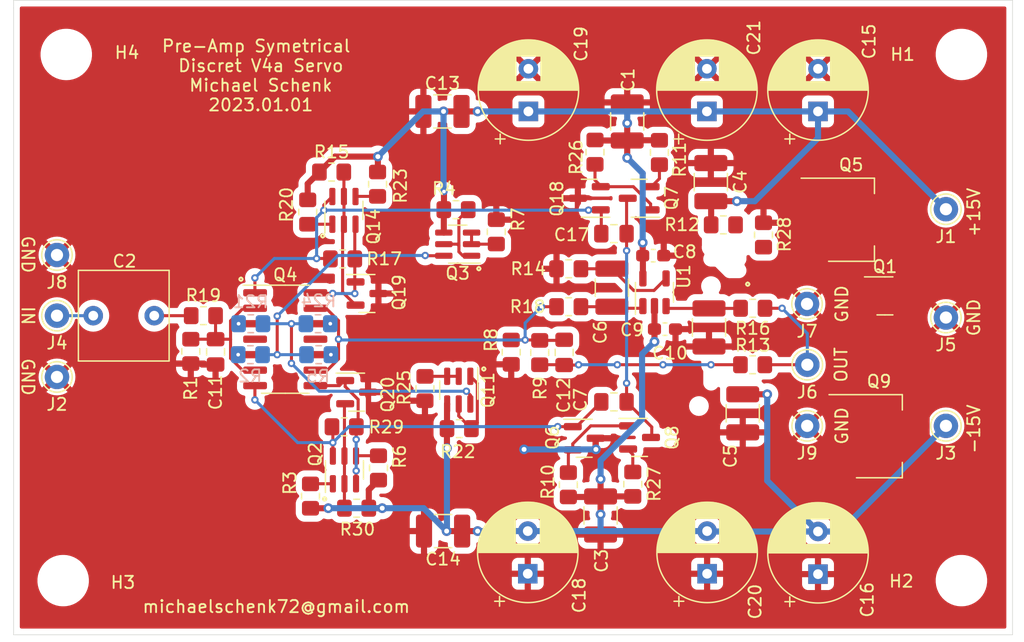
<source format=kicad_pcb>
(kicad_pcb (version 20211014) (generator pcbnew)
  (layers (0 "F.Cu" signal) (31 "B.Cu" signal) (34 "B.Paste" user) (35 "F.Paste" user) (36 "B.SilkS" user "B.Silkscreen") (37 "F.SilkS" user "F.Silkscreen") (38 "B.Mask" user) (39 "F.Mask" user) (44 "Edge.Cuts" user))
  (net 0 "")
  (net 1 "GND")
  (net 2 "+15V")
  (net 3 "Net-(C2-Pad2)")
  (net 4 "Net-(C2-Pad1)")
  (net 5 "-15V")
  (net 6 "Net-(C7-Pad2)")
  (net 7 "Net-(Q2-Pad2)")
  (net 8 "Net-(Q2-Pad1)")
  (net 9 "Net-(Q6-Pad2)")
  (net 10 "Net-(Q7-Pad2)")
  (net 11 "Net-(C12-Pad2)")
  (net 12 "Net-(C12-Pad1)")
  (net 13 "Net-(C17-Pad1)")
  (net 14 "Net-(C17-Pad2)")
  (net 15 "Net-(Q18-Pad2)")
  (net 16 "Net-(Q8-Pad2)")
  (net 17 "Net-(Q14-Pad2)")
  (net 18 "Net-(Q14-Pad1)")
  (net 19 "Net-(Q11-Pad1)")
  (net 20 "Net-(Q11-Pad6)")
  (net 21 "Net-(Q11-Pad2)")
  (net 22 "Net-(Q14-Pad4)")
  (net 23 "Net-(Q3-Pad6)")
  (net 24 "Net-(Q3-Pad1)")
  (net 25 "Net-(Q3-Pad2)")
  (net 26 "Net-(Q2-Pad4)")
  (net 27 "Net-(Q2-Pad3)")
  (net 28 "Net-(Q14-Pad3)")
  (net 29 "Net-(Q4-Pad12)")
  (net 30 "Net-(Q4-Pad10)")
  (net 31 "Net-(Q4-Pad5)")
  (net 32 "Net-(Q4-Pad3)")
  (net 33 "Net-(C6-Pad2)")
  (net 34 "DCSERVO_OUT")
  (net 35 "Net-(C10-Pad2)")
  (net 36 "DCSERVO_IN")
  (net 37 "Net-(C11-Pad2)")
  (net 40 "Net-(R12-Pad2)")
  (net 41 "Net-(R28-Pad1)")
  (footprint "Capacitor_THT:C_Rect_L7.2mm_W7.2mm_P5.00mm_FKS2_FKP2_MKS2_MKP2" (layer "F.Cu") (at 133.4516 121.7676 180)
    (fp_text reference "C2")
    (fp_text value "3.3uF")
  )
  (footprint "Capacitor_SMD:C_1210_3225Metric_Pad1.33x2.70mm_HandSolder" (layer "F.Cu") (at 181.7116 129.7817 -90)
    (fp_text reference "C5")
    (fp_text value "100nF")
  )
  (footprint "Capacitor_SMD:C_0805_2012Metric_Pad1.18x1.45mm_HandSolder" (layer "F.Cu") (at 171.149174 128.8415 180)
    (fp_text reference "C7")
    (fp_text value "470pF")
  )
  (footprint "MountingHole:MountingHole_3.2mm_M3" (layer "F.Cu") (at 125.984 143.51)
    (fp_text reference "H3")
    (fp_text value "MountingHole")
  )
  (footprint "Connector_Pin:Pin_D1.0mm_L10.0mm" (layer "F.Cu") (at 125.476 126.7968)
    (fp_text reference "J2")
    (fp_text value "Conn_01x01")
  )
  (footprint "Connector_Pin:Pin_D1.0mm_L10.0mm" (layer "F.Cu") (at 125.476 121.7676)
    (fp_text reference "J4")
    (fp_text value "Conn_01x01")
  )
  (footprint "Package_TO_SOT_SMD:SOT-23" (layer "F.Cu") (at 168.710174 131.826)
    (fp_text reference "Q6")
    (fp_text value "BC850C")
  )
  (footprint "Package_TO_SOT_SMD:SOT-23" (layer "F.Cu") (at 173.218674 112.1308 180)
    (fp_text reference "Q7")
    (fp_text value "BC860C")
  )
  (footprint "Resistor_SMD:R_0805_2012Metric_Pad1.20x1.40mm_HandSolder" (layer "F.Cu") (at 136.4488 124.698 -90)
    (fp_text reference "R1")
    (fp_text value "10k")
  )
  (footprint "Resistor_SMD:R_0805_2012Metric_Pad1.20x1.40mm_HandSolder" (layer "F.Cu") (at 146.265974 136.5725 -90)
    (fp_text reference "R3")
    (fp_text value "68R")
  )
  (footprint "Resistor_SMD:R_0805_2012Metric_Pad1.20x1.40mm_HandSolder" (layer "F.Cu") (at 158.1981 113.0681)
    (fp_text reference "R4")
    (fp_text value "100R")
  )
  (footprint "Resistor_SMD:R_0805_2012Metric_Pad1.20x1.40mm_HandSolder" (layer "F.Cu") (at 151.841274 134.2611 -90)
    (fp_text reference "R6")
    (fp_text value "68R")
  )
  (footprint "Resistor_SMD:R_0805_2012Metric_Pad1.20x1.40mm_HandSolder" (layer "F.Cu") (at 165.061974 124.7935 90)
    (fp_text reference "R9")
    (fp_text value "10k")
  )
  (footprint "Resistor_SMD:R_0805_2012Metric_Pad1.20x1.40mm_HandSolder" (layer "F.Cu") (at 167.411474 135.6454 -90)
    (fp_text reference "R10")
    (fp_text value "2k2")
  )
  (footprint "MountingHole:MountingHole_3.2mm_M3" (layer "F.Cu") (at 199.644 143.51)
    (fp_text reference "H2")
    (fp_text value "MountingHole")
  )
  (footprint "MountingHole:MountingHole_3.2mm_M3" (layer "F.Cu") (at 199.644 100.33)
    (fp_text reference "H1")
    (fp_text value "MountingHole")
  )
  (footprint "Resistor_SMD:R_0805_2012Metric_Pad1.20x1.40mm_HandSolder" (layer "F.Cu") (at 174.879074 108.3724 -90)
    (fp_text reference "R11")
    (fp_text value "39R")
  )
  (footprint "Capacitor_SMD:C_1210_3225Metric_Pad1.33x2.70mm_HandSolder" (layer "F.Cu") (at 179.095474 110.8071 -90)
    (fp_text reference "C4")
    (fp_text value "100nF")
  )
  (footprint "MountingHole:MountingHole_3.2mm_M3" (layer "F.Cu") (at 126.238 100.33)
    (fp_text reference "H4")
    (fp_text value "MountingHole")
  )
  (footprint "Resistor_SMD:R_0805_2012Metric_Pad1.20x1.40mm_HandSolder" (layer "F.Cu") (at 162.725174 124.7615 -90)
    (fp_text reference "R8")
    (fp_text value "4.7k")
  )
  (footprint "Capacitor_SMD:C_0805_2012Metric_Pad1.18x1.45mm_HandSolder" (layer "F.Cu") (at 167.068574 124.7814 90)
    (fp_text reference "C12")
    (fp_text value "0pF")
  )
  (footprint "Capacitor_SMD:C_1210_3225Metric_Pad1.33x2.70mm_HandSolder" (layer "F.Cu") (at 157.1367 139.446 180)
    (fp_text reference "C14")
    (fp_text value "100nF")
  )
  (footprint "Resistor_SMD:R_0805_2012Metric_Pad1.20x1.40mm_HandSolder" (layer "F.Cu") (at 161.5034 114.8875 90)
    (fp_text reference "R7")
    (fp_text value "10k")
  )
  (footprint "Connector_Pin:Pin_D1.0mm_L10.0mm" (layer "F.Cu") (at 187.007574 125.7935)
    (fp_text reference "J6")
    (fp_text value "Conn_01x01")
  )
  (footprint "Connector_Pin:Pin_D1.0mm_L10.0mm" (layer "F.Cu") (at 186.982174 120.8024)
    (fp_text reference "J7")
    (fp_text value "Conn_01x01")
  )
  (footprint "Package_TO_SOT_SMD:SOT-23" (layer "F.Cu") (at 173.250174 131.76)
    (fp_text reference "Q8")
    (fp_text value "BC850C")
  )
  (footprint "Capacitor_THT:CP_Radial_D8.0mm_P3.50mm" (layer "F.Cu") (at 187.883874 105.0036 90)
    (fp_text reference "C15")
    (fp_text value "220uF")
  )
  (footprint "Capacitor_SMD:C_0805_2012Metric_Pad1.18x1.45mm_HandSolder" (layer "F.Cu") (at 171.149174 115.0366 180)
    (fp_text reference "C17")
    (fp_text value "470pF")
  )
  (footprint "Package_TO_SOT_SMD:SOT-23" (layer "F.Cu") (at 169.129274 112.1308 180)
    (fp_text reference "Q18")
    (fp_text value "BC860C")
  )
  (footprint "Resistor_SMD:R_0805_2012Metric_Pad1.20x1.40mm_HandSolder" (layer "F.Cu") (at 146.037374 113.2619 -90)
    (fp_text reference "R20")
    (fp_text value "68R")
  )
  (footprint "Resistor_SMD:R_0805_2012Metric_Pad1.20x1.40mm_HandSolder" (layer "F.Cu") (at 158.4612 131.0386 180)
    (fp_text reference "R22")
    (fp_text value "100R")
  )
  (footprint "Resistor_SMD:R_0805_2012Metric_Pad1.20x1.40mm_HandSolder" (layer "F.Cu") (at 151.765074 110.9759 -90)
    (fp_text reference "R23")
    (fp_text value "68R")
  )
  (footprint "Resistor_SMD:R_0805_2012Metric_Pad1.20x1.40mm_HandSolder" (layer "F.Cu") (at 155.6512 127.746 90)
    (fp_text reference "R25")
    (fp_text value "10k")
  )
  (footprint "Resistor_SMD:R_0805_2012Metric_Pad1.20x1.40mm_HandSolder" (layer "F.Cu") (at 169.595874 108.347 -90)
    (fp_text reference "R26")
    (fp_text value "2k2")
  )
  (footprint "Resistor_SMD:R_0805_2012Metric_Pad1.20x1.40mm_HandSolder" (layer "F.Cu") (at 172.694674 135.5946 -90)
    (fp_text reference "R27")
    (fp_text value "39R")
  )
  (footprint "Resistor_SMD:R_0805_2012Metric_Pad1.20x1.40mm_HandSolder" (layer "F.Cu") (at 183.413474 115.1415 90)
    (fp_text reference "R28")
    (fp_text value "10k")
  )
  (footprint "Connector_Pin:Pin_D1.0mm_L10.0mm" (layer "F.Cu") (at 198.374 113.03)
    (fp_text reference "J1")
    (fp_text value "Conn_01x01")
  )
  (footprint "Connector_Pin:Pin_D1.0mm_L10.0mm" (layer "F.Cu") (at 198.374 130.81)
    (fp_text reference "J3")
    (fp_text value "Conn_01x01")
  )
  (footprint "Connector_Pin:Pin_D1.0mm_L10.0mm" (layer "F.Cu") (at 198.374 121.92)
    (fp_text reference "J5")
    (fp_text value "Conn_01x01")
  )
  (footprint "Capacitor_THT:CP_Radial_D8.0mm_P3.50mm" (layer "F.Cu") (at 187.883874 142.978251 90)
    (fp_text reference "C16")
    (fp_text value "220uF")
  )
  (footprint "Package_TO_SOT_SMD:SOT-23" (layer "F.Cu") (at 150.047274 128.0439)
    (fp_text reference "Q20")
    (fp_text value "BC850C")
  )
  (footprint "Resistor_SMD:R_0805_2012Metric_Pad1.20x1.40mm_HandSolder" (layer "F.Cu") (at 148.898174 117.1067 180)
    (fp_text reference "R17")
    (fp_text value "47k")
  )
  (footprint "Resistor_SMD:R_0805_2012Metric_Pad1.20x1.40mm_HandSolder" (layer "F.Cu") (at 149.025174 130.8862 180)
    (fp_text reference "R29")
    (fp_text value "47k")
  )
  (footprint "Resistor_SMD:R_0805_2012Metric_Pad1.20x1.40mm_HandSolder" (layer "F.Cu") (at 150.0472 137.5664)
    (fp_text reference "R30")
    (fp_text value "1k")
  )
  (footprint "Package_SO:SC-74-6_1.5x2.9mm_P0.95mm" (layer "F.Cu") (at 158.3356 115.8977 180)
    (fp_text reference "Q3")
    (fp_text value "BCM857DS,115")
  )
  (footprint "Package_SO:SC-74-6_1.5x2.9mm_P0.95mm" (layer "F.Cu") (at 158.4223 127.8788 -90)
    (fp_text reference "Q11")
    (fp_text value "BCM847DS,115")
  )
  (footprint "Capacitor_SMD:C_1210_3225Metric_Pad1.33x2.70mm_HandSolder" (layer "F.Cu") (at 157.0859 105.0036)
    (fp_text reference "C13")
    (fp_text value "100nF")
  )
  (footprint "Package_SO:SC-74-6_1.5x2.9mm_P0.95mm" (layer "F.Cu") (at 149.006674 113.1244 90)
    (fp_text reference "Q14")
    (fp_text value "BCM857DS,115")
  )
  (footprint "Resistor_SMD:R_0805_2012Metric_Pad1.20x1.40mm_HandSolder" (layer "F.Cu") (at 180.120874 114.3127)
    (fp_text reference "R12")
    (fp_text value "40.2R")
  )
  (footprint "Package_SO:SC-74-6_1.5x2.9mm_P0.95mm" (layer "F.Cu") (at 149.049774 134.424 90)
    (fp_text reference "Q2")
    (fp_text value "BCM847DS,115")
  )
  (footprint "Package_TO_SOT_SMD:SOT-23" (layer "F.Cu") (at 150.898174 119.949)
    (fp_text reference "Q19")
    (fp_text value "BC860C")
  )
  (footprint "Resistor_SMD:R_0805_2012Metric_Pad1.20x1.40mm_HandSolder" (layer "F.Cu") (at 147.9964 109.982)
    (fp_text reference "R15")
    (fp_text value "1k")
  )
  (footprint "Package_SO:SOIC-14_3.9x8.7mm_P1.27mm" (layer "F.Cu") (at 144.195874 123.698)
    (fp_text reference "Q4")
    (fp_text value "THAT340")
  )
  (footprint "Capacitor_SMD:C_1210_3225Metric_Pad1.33x2.70mm_HandSolder" (layer "F.Cu") (at 172.237474 105.8287 -90)
    (fp_text reference "C1")
    (fp_text value "100nF")
  )
  (footprint "Capacitor_SMD:C_1210_3225Metric_Pad1.33x2.70mm_HandSolder" (layer "F.Cu") (at 170.053074 138.1637 -90)
    (fp_text reference "C3")
    (fp_text value "100nF")
  )
  (footprint "Capacitor_SMD:C_1210_3225Metric_Pad1.33x2.70mm_HandSolder" (layer "F.Cu") (at 178.943074 122.7328 90)
    (fp_text reference "C10")
    (fp_text value "1uF")
  )
  (footprint "Resistor_SMD:R_0805_2012Metric_Pad1.20x1.40mm_HandSolder" (layer "F.Cu") (at 167.440174 121.031 180)
    (fp_text reference "R18")
    (fp_text value "47k")
  )
  (footprint "Resistor_SMD:R_0805_2012Metric_Pad1.20x1.40mm_HandSolder" (layer "F.Cu") (at 182.533874 121.158 180)
    (fp_text reference "R16")
    (fp_text value "160k")
  )
  (footprint "Capacitor_SMD:C_0603_1608Metric_Pad1.08x0.95mm_HandSolder" (layer "F.Cu") (at 175.335174 122.8725 180)
    (fp_text reference "C9")
    (fp_text value "100nF")
  )
  (footprint "Resistor_SMD:R_0805_2012Metric_Pad1.20x1.40mm_HandSolder" (layer "F.Cu") (at 167.440174 117.9195 180)
    (fp_text reference "R14")
    (fp_text value "160k")
  )
  (footprint "Capacitor_SMD:C_0603_1608Metric_Pad1.08x0.95mm_HandSolder" (layer "F.Cu") (at 174.369974 116.84 180)
    (fp_text reference "C8")
    (fp_text value "100nF")
  )
  (footprint "Package_TO_SOT_SMD:TSOT-23-5" (layer "F.Cu") (at 174.472674 119.848 90)
    (fp_text reference "U1")
    (fp_text value "OPA188xxDBV")
  )
  (footprint "Capacitor_SMD:C_1210_3225Metric_Pad1.33x2.70mm_HandSolder" (layer "F.Cu") (at 170.980174 119.4685 90)
    (fp_text reference "C6")
    (fp_text value "1uF")
  )
  (footprint "Resistor_SMD:R_0805_2012Metric_Pad1.20x1.40mm_HandSolder" (layer "F.Cu") (at 182.521174 125.7935 180)
    (fp_text reference "R13")
    (fp_text value "47R")
  )
  (footprint "Package_TO_SOT_SMD:SOT-23" (layer "F.Cu") (at 193.3725 120.142)
    (fp_text reference "Q1")
    (fp_text value "BC860C")
  )
  (footprint "Capacitor_THT:CP_Radial_D8.0mm_P3.50mm" (layer "F.Cu") (at 164.084 142.946 90)
    (fp_text reference "C18")
    (fp_text value "220uF")
  )
  (footprint "Package_TO_SOT_SMD:SOT-223-3_TabPin2" (layer "F.Cu") (at 192.888 131.6596)
    (fp_text reference "Q9")
    (fp_text value "DZT5401")
  )
  (footprint "Connector_Pin:Pin_D1.0mm_L10.0mm" (layer "F.Cu") (at 186.9948 130.81)
    (fp_text reference "J9")
    (fp_text value "Conn_01x01")
  )
  (footprint "Connector_Pin:Pin_D1.0mm_L10.0mm" (layer "F.Cu") (at 125.476 116.7892)
    (fp_text reference "J8")
    (fp_text value "Conn_01x01")
  )
  (footprint "Package_TO_SOT_SMD:SOT-223-3_TabPin2" (layer "F.Cu") (at 190.6016 113.8936)
    (fp_text reference "Q5")
    (fp_text value "DZT5401")
  )
  (footprint "Capacitor_THT:CP_Radial_D8.0mm_P3.50mm" (layer "F.Cu") (at 178.790674 142.946 90)
    (fp_text reference "C20")
    (fp_text value "220uF")
  )
  (footprint "Resistor_SMD:R_0805_2012Metric_Pad1.20x1.40mm_HandSolder" (layer "F.Cu") (at 137.4808 121.7676)
    (fp_text reference "R19")
    (fp_text value "0R")
  )
  (footprint "Capacitor_THT:CP_Radial_D8.0mm_P3.50mm" (layer "F.Cu") (at 164.1348 105.0036 90)
    (fp_text reference "C19")
    (fp_text value "220uF")
  )
  (footprint "Capacitor_SMD:C_0805_2012Metric_Pad1.18x1.45mm_HandSolder" (layer "F.Cu") (at 138.4808 124.7355 90)
    (fp_text reference "C11")
    (fp_text value "33p")
  )
  (footprint "Capacitor_THT:CP_Radial_D8.0mm_P3.50mm" (layer "F.Cu") (at 178.772635 105.0036 90)
    (fp_text reference "C21")
    (fp_text value "220uF")
  )
  (footprint "Resistor_SMD:R_0805_2012Metric_Pad1.20x1.40mm_HandSolder" (layer "B.Cu") (at 141.335074 124.968 180)
    (fp_text reference "R2")
    (fp_text value "100R")
  )
  (footprint "Resistor_SMD:R_0805_2012Metric_Pad1.20x1.40mm_HandSolder" (layer "B.Cu") (at 146.939074 124.968)
    (fp_text reference "R5")
    (fp_text value "100R")
  )
  (footprint "Resistor_SMD:R_0805_2012Metric_Pad1.20x1.40mm_HandSolder" (layer "B.Cu") (at 141.367074 122.428)
    (fp_text reference "R21")
    (fp_text value "100R")
  )
  (footprint "Resistor_SMD:R_0805_2012Metric_Pad1.20x1.40mm_HandSolder" (layer "B.Cu") (at 146.888274 122.428 180)
    (fp_text reference "R24")
    (fp_text value "100R")
  )
  (gr_line (start 203.835 95.885) (end 121.92 95.885) (layer "Edge.Cuts") (width 0.05))
  (gr_line (start 121.92 95.885) (end 121.92 96.52) (layer "Edge.Cuts") (width 0.05))
  (gr_line (start 121.92 96.52) (end 121.92 147.955) (layer "Edge.Cuts") (width 0.05))
  (gr_line (start 121.92 147.955) (end 203.835 147.955) (layer "Edge.Cuts") (width 0.05))
  (gr_line (start 203.835 147.955) (end 203.835 95.885) (layer "Edge.Cuts") (width 0.05))
  (gr_text "GND" (at 189.839674 120.8024 90) (layer "F.SilkS") (effects (font (size 1 1))))
  (gr_text "OUT" (at 189.776174 125.7935 90) (layer "F.SilkS") (effects (font (size 1 1))))
  (gr_text "michaelschenk72@gmail.com" (at 143.4592 145.6436) (layer "F.SilkS") (effects (font (size 1 1))))
  (gr_text "GND" (at 200.66 121.92 90) (layer "F.SilkS") (effects (font (size 1 1))))
  (gr_text "+15V" (at 200.66 113.284 90) (layer "F.SilkS") (effects (font (size 1 1))))
  (gr_text "-15V" (at 200.66 131.064 90) (layer "F.SilkS") (effects (font (size 1 1))))
  (gr_text "Pre-Amp Symetrical \nDiscret V4a Servo\nMichael Schenk\n2023.01.01" (at 142.1892 102.0572) (layer "F.SilkS") (effects (font (size 1 1))))
  (gr_text "GND" (at 123.0884 116.7384 270) (layer "F.SilkS") (effects (font (size 1 1))))
  (gr_text "°" (at 147.4216 137.2108) (layer "F.SilkS") (effects (font (size 1 1))))
  (gr_text "°" (at 147.2692 115.6208) (layer "F.SilkS") (effects (font (size 1 1))))
  (gr_text "GND" (at 123.0884 126.7968 270) (layer "F.SilkS") (effects (font (size 1 1))))
  (gr_text "°" (at 160.0708 118.3132) (layer "F.SilkS") (effects (font (size 1 1))))
  (gr_text "IN" (at 123.0884 121.7676 270) (layer "F.SilkS") (effects (font (size 1 1))))
  (gr_text "°" (at 160.4772 126.5428) (layer "F.SilkS") (effects (font (size 1 1))))
  (gr_text "°" (at 182.118 119.5832) (layer "F.SilkS") (effects (font (size 1 1))))
  (gr_text "GND" (at 189.8396 130.81 90) (layer "F.SilkS") (effects (font (size 1 1))))
  (gr_text "°" (at 140.5636 119.1768) (layer "F.SilkS") (effects (font (size 1 1))))
  (segment (start 169.647674 131.826) (end 169.647674 132.716074) (width 0.5) (layer "F.Cu") (net 1))
  (segment (start 169.647674 132.716074) (end 169.672 132.7404) (width 0.5) (layer "F.Cu") (net 1))
  (segment (start 169.710174 131.826) (end 169.710174 131.838626) (width 0.5) (layer "F.Cu") (net 1))
  (via (at 163.7792 132.7404) (size 0.8) (drill 0.4) (layers "F.Cu" "B.Cu") (net 1))
  (via (at 169.672 132.7404) (size 0.8) (drill 0.4) (layers "F.Cu" "B.Cu") (net 1))
  (segment (start 169.672 132.7404) (end 163.7792 132.7404) (width 0.5) (layer "B.Cu") (net 1))
  (segment (start 173.507474 116.84) (end 173.507474 115.7732) (width 0.5) (layer "F.Cu") (net 2))
  (segment (start 172.256274 107.3724) (end 172.237474 107.3912) (width 0.5) (layer "F.Cu") (net 2))
  (segment (start 146.9964 109.982) (end 148.2664 108.712) (width 0.5) (layer "F.Cu") (net 2))
  (segment (start 146.037374 112.2619) (end 146.037374 110.941026) (width 0.5) (layer "F.Cu") (net 2))
  (segment (start 151.7904 108.712) (end 151.7904 109.950574) (width 0.5) (layer "F.Cu") (net 2))
  (segment (start 172.237474 107.3912) (end 172.237474 108.8136) (width 0.5) (layer "F.Cu") (net 2))
  (segment (start 157.2108 111.5822) (end 157.2108 113.0554) (width 0.5) (layer "F.Cu") (net 2))
  (segment (start 179.120874 112.395) (end 179.095474 112.3696) (width 0.5) (layer "F.Cu") (net 2))
  (segment (start 146.037374 110.941026) (end 146.9964 109.982) (width 0.5) (layer "F.Cu") (net 2))
  (segment (start 179.095474 112.3696) (end 181.229074 112.3696) (width 0.5) (layer "F.Cu") (net 2))
  (segment (start 148.2664 108.712) (end 151.7904 108.712) (width 0.5) (layer "F.Cu") (net 2))
  (segment (start 172.237474 107.3912) (end 172.237474 105.9688) (width 0.5) (layer "F.Cu") (net 2))
  (segment (start 158.6484 105.0036) (end 157.1752 105.0036) (width 0.5) (layer "F.Cu") (net 2))
  (segment (start 158.6484 105.0036) (end 159.9692 105.0036) (width 0.5) (layer "F.Cu") (net 2))
  (segment (start 157.2108 113.0554) (end 157.1981 113.0681) (width 0.5) (layer "F.Cu") (net 2))
  (segment (start 151.7904 109.950574) (end 151.765074 109.9759) (width 0.5) (layer "F.Cu") (net 2))
  (segment (start 172.237474 107.3912) (end 169.640074 107.3912) (width 0.5) (layer "F.Cu") (net 2))
  (segment (start 174.879074 107.3724) (end 172.256274 107.3724) (width 0.5) (layer "F.Cu") (net 2))
  (segment (start 173.522674 116.8552) (end 173.507474 116.84) (width 0.5) (layer "F.Cu") (net 2))
  (segment (start 169.640074 107.3912) (end 169.595874 107.347) (width 0.5) (layer "F.Cu") (net 2))
  (segment (start 173.522674 118.538) (end 173.522674 116.8552) (width 0.5) (layer "F.Cu") (net 2))
  (segment (start 157.1981 113.0681) (end 157.1981 114.9477) (width 0.5) (layer "F.Cu") (net 2))
  (segment (start 179.120874 114.3127) (end 179.120874 112.395) (width 0.5) (layer "F.Cu") (net 2))
  (via (at 172.237474 105.9688) (size 0.8) (drill 0.4) (layers "F.Cu" "B.Cu") (net 2))
  (via (at 181.229074 112.3696) (size 0.8) (drill 0.4) (layers "F.Cu" "B.Cu") (net 2))
  (via (at 159.9692 105.0036) (size 0.8) (drill 0.4) (layers "F.Cu" "B.Cu") (net 2))
  (via (at 172.237474 108.8136) (size 0.8) (drill 0.4) (layers "F.Cu" "B.Cu") (net 2))
  (via (at 173.507474 115.7732) (size 0.8) (drill 0.4) (layers "F.Cu" "B.Cu") (net 2))
  (via (at 157.1752 105.0036) (size 0.8) (drill 0.4) (layers "F.Cu" "B.Cu") (net 2))
  (via (at 151.7904 108.712) (size 0.8) (drill 0.4) (layers "F.Cu" "B.Cu") (net 2))
  (via (at 157.2108 111.5822) (size 0.6) (drill 0.3) (layers "F.Cu" "B.Cu") (net 2))
  (segment (start 190.3476 105.0036) (end 187.883874 105.0036) (width 0.5) (layer "B.Cu") (net 2))
  (segment (start 187.883874 107.188) (end 187.883874 105.0036) (width 0.5) (layer "B.Cu") (net 2))
  (segment (start 157.2108 111.5822) (end 157.1752 111.5466) (width 0.5) (layer "B.Cu") (net 2))
  (segment (start 155.4988 105.0036) (end 151.7904 108.712) (width 0.5) (layer "B.Cu") (net 2))
  (segment (start 157.1752 105.0036) (end 155.4988 105.0036) (width 0.5) (layer "B.Cu") (net 2))
  (segment (start 173.507474 115.7732) (end 173.507474 110.0836) (width 0.5) (layer "B.Cu") (net 2))
  (segment (start 172.4152 105.0036) (end 172.085074 105.0036) (width 0.5) (layer "B.Cu") (net 2))
  (segment (start 164.1348 105.0036) (end 172.4152 105.0036) (width 0.5) (layer "B.Cu") (net 2))
  (segment (start 159.9692 105.0036) (end 164.1348 105.0036) (width 0.5) (layer "B.Cu") (net 2))
  (segment (start 182.702274 112.3696) (end 187.883874 107.188) (width 0.5) (layer "B.Cu") (net 2))
  (segment (start 172.237474 105.156) (end 172.085074 105.0036) (width 0.5) (layer "B.Cu") (net 2))
  (segment (start 157.1752 111.5466) (end 157.1752 105.0036) (width 0.5) (layer "B.Cu") (net 2))
  (segment (start 187.883874 105.0036) (end 178.772635 105.0036) (width 0.5) (layer "B.Cu") (net 2))
  (segment (start 198.374 113.03) (end 190.3476 105.0036) (width 0.5) (layer "B.Cu") (net 2))
  (segment (start 173.507474 110.0836) (end 172.237474 108.8136) (width 0.5) (layer "B.Cu") (net 2))
  (segment (start 178.772635 105.0036) (end 172.4152 105.0036) (width 0.5) (layer "B.Cu") (net 2))
  (segment (start 181.229074 112.3696) (end 182.702274 112.3696) (width 0.5) (layer "B.Cu") (net 2))
  (segment (start 172.237474 105.9688) (end 172.237474 105.156) (width 0.5) (layer "B.Cu") (net 2))
  (segment (start 128.4516 121.7676) (end 125.476 121.7676) (width 0.25) (layer "B.Cu") (net 3))
  (segment (start 133.4516 121.7676) (end 136.4808 121.7676) (width 0.25) (layer "F.Cu") (net 4))
  (segment (start 170.053074 136.6012) (end 170.053074 135.1788) (width 0.5) (layer "F.Cu") (net 5))
  (segment (start 157.4612 129.0274) (end 157.4723 129.0163) (width 0.5) (layer "F.Cu") (net 5))
  (segment (start 170.053074 136.6012) (end 172.688074 136.6012) (width 0.5) (layer "F.Cu") (net 5))
  (segment (start 151.0472 137.5664) (end 151.0472 136.055174) (width 0.5) (layer "F.Cu") (net 5))
  (segment (start 151.0472 136.055174) (end 151.841274 135.2611) (width 0.5) (layer "F.Cu") (net 5))
  (segment (start 158.6992 139.446) (end 159.9692 139.446) (width 0.5) (layer "F.Cu") (net 5))
  (segment (start 157.4612 131.0386) (end 157.4612 129.0274) (width 0.5) (layer "F.Cu") (net 5))
  (segment (start 158.6992 139.446) (end 157.4292 139.446) (width 0.5) (layer "F.Cu") (net 5))
  (segment (start 174.472674 122.8725) (end 174.472674 121.158) (width 0.5) (layer "F.Cu") (net 5))
  (segment (start 157.4546 131.0452) (end 157.4612 131.0386) (width 0.5) (layer "F.Cu") (net 5))
  (segment (start 170.053074 136.6012) (end 170.053074 138.0744) (width 0.5) (layer "F.Cu") (net 5))
  (segment (start 157.4546 132.6388) (end 157.4546 131.0452) (width 0.5) (layer "F.Cu") (net 5))
  (segment (start 174.472674 123.9012) (end 174.472674 122.8725) (width 0.5) (layer "F.Cu") (net 5))
  (segment (start 170.008874 136.6454) (end 170.053074 136.6012) (width 0.5) (layer "F.Cu") (net 5))
  (segment (start 146.265974 137.5725) (end 147.7203 137.5725) (width 0.5) (layer "F.Cu") (net 5))
  (segment (start 172.688074 136.6012) (end 172.694674 136.5946) (width 0.5) (layer "F.Cu") (net 5))
  (segment (start 167.411474 136.6454) (end 170.008874 136.6454) (width 0.5) (layer "F.Cu") (net 5))
  (segment (start 181.7116 128.2192) (end 183.718274 128.2192) (width 0.5) (layer "F.Cu") (net 5))
  (segment (start 151.0472 137.5664) (end 152.146 137.5664) (width 0.5) (layer "F.Cu") (net 5))
  (segment (start 147.7203 137.5725) (end 147.7264 137.5664) (width 0.5) (layer "F.Cu") (net 5))
  (via (at 170.053074 138.0744) (size 0.8) (drill 0.4) (layers "F.Cu" "B.Cu") (net 5))
  (via (at 147.7264 137.5664) (size 0.8) (drill 0.4) (layers "F.Cu" "B.Cu") (net 5))
  (via (at 157.4292 139.446) (size 0.8) (drill 0.4) (layers "F.Cu" "B.Cu") (net 5))
  (via (at 183.718274 128.2192) (size 0.8) (drill 0.4) (layers "F.Cu" "B.Cu") (net 5))
  (via (at 159.9692 139.446) (size 0.8) (drill 0.4) (layers "F.Cu" "B.Cu") (net 5))
  (via (at 152.146 137.5664) (size 0.8) (drill 0.4) (layers "F.Cu" "B.Cu") (net 5))
  (via (at 157.4546 132.6388) (size 0.8) (drill 0.4) (layers "F.Cu" "B.Cu") (net 5))
  (via (at 174.472674 123.9012) (size 0.8) (drill 0.4) (layers "F.Cu" "B.Cu") (net 5))
  (via (at 170.053074 135.1788) (size 0.8) (drill 0.4) (layers "F.Cu" "B.Cu") (net 5))
  (segment (start 189.705749 139.478251) (end 187.883874 139.478251) (width 0.5) (layer "B.Cu") (net 5))
  (segment (start 173.456674 124.9172) (end 174.472674 123.9012) (width 0.5) (layer "B.Cu") (net 5))
  (segment (start 170.053074 133.6548) (end 173.456674 130.2512) (width 0.5) (layer "B.Cu") (net 5))
  (segment (start 173.456674 130.2512) (end 173.456674 124.9172) (width 0.5) (layer "B.Cu") (net 5))
  (segment (start 159.9692 139.446) (end 164.084 139.446) (width 0.5) (layer "B.Cu") (net 5))
  (segment (start 183.718274 128.2192) (end 183.718274 135.312651) (width 0.5) (layer "B.Cu") (net 5))
  (segment (start 187.883874 139.478251) (end 183.718274 135.312651) (width 0.5) (layer "B.Cu") (net 5))
  (segment (start 170.053074 135.1788) (end 170.053074 133.6548) (width 0.5) (layer "B.Cu") (net 5))
  (segment (start 198.374 130.81) (end 189.705749 139.478251) (width 0.5) (layer "B.Cu") (net 5))
  (segment (start 147.7264 137.5664) (end 152.146 137.5664) (width 0.5) (layer "B.Cu") (net 5))
  (segment (start 178.790674 139.446) (end 169.951474 139.446) (width 0.5) (layer "B.Cu") (net 5))
  (segment (start 157.4546 132.6388) (end 157.4546 139.4206) (width 0.5) (layer "B.Cu") (net 5))
  (segment (start 152.146 137.5664) (end 155.5496 137.5664) (width 0.5) (layer "B.Cu") (net 5))
  (segment (start 157.4546 139.4206) (end 157.4292 139.446) (width 0.5) (layer "B.Cu") (net 5))
  (segment (start 155.5496 137.5664) (end 157.4292 139.446) (width 0.5) (layer "B.Cu") (net 5))
  (segment (start 187.883874 139.478251) (end 178.822925 139.478251) (width 0.5) (layer "B.Cu") (net 5))
  (segment (start 170.053074 138.0744) (end 170.053074 139.3444) (width 0.5) (layer "B.Cu") (net 5))
  (segment (start 170.053074 139.3444) (end 169.951474 139.446) (width 0.5) (layer "B.Cu") (net 5))
  (segment (start 169.951474 139.446) (end 164.084 139.446) (width 0.5) (layer "B.Cu") (net 5))
  (segment (start 178.822925 139.478251) (end 178.790674 139.446) (width 0.5) (layer "B.Cu") (net 5))
  (segment (start 148.099774 133.2865) (end 148.099774 132.1866) (width 0.25) (layer "F.Cu") (net 6))
  (segment (start 166.537674 130.876) (end 166.535174 130.8735) (width 0.25) (layer "F.Cu") (net 6))
  (segment (start 167.710174 130.876) (end 166.537674 130.876) (width 0.25) (layer "F.Cu") (net 6))
  (segment (start 148.099774 130.9608) (end 148.025174 130.8862) (width 0.25) (layer "F.Cu") (net 6))
  (segment (start 141.706674 128.6764) (end 141.706674 127.5222) (width 0.25) (layer "F.Cu") (net 6))
  (segment (start 141.706674 127.5222) (end 141.720874 127.508) (width 0.25) (layer "F.Cu") (net 6))
  (segment (start 167.710174 130.876) (end 168.077174 130.876) (width 0.25) (layer "F.Cu") (net 6))
  (segment (start 168.077174 130.876) (end 170.111674 128.8415) (width 0.25) (layer "F.Cu") (net 6))
  (segment (start 148.099774 132.1866) (end 148.099774 130.9608) (width 0.25) (layer "F.Cu") (net 6))
  (via (at 166.535174 130.8735) (size 0.6) (drill 0.3) (layers "F.Cu" "B.Cu") (net 6))
  (via (at 141.706674 128.6764) (size 0.6) (drill 0.3) (layers "F.Cu" "B.Cu") (net 6))
  (via (at 148.099774 132.1866) (size 0.6) (drill 0.3) (layers "F.Cu" "B.Cu") (net 6))
  (segment (start 148.099774 132.1866) (end 145.216874 132.1866) (width 0.25) (layer "B.Cu") (net 6))
  (segment (start 149.412874 130.8735) (end 148.099774 132.1866) (width 0.25) (layer "B.Cu") (net 6))
  (segment (start 166.535174 130.8735) (end 149.412874 130.8735) (width 0.25) (layer "B.Cu") (net 6))
  (segment (start 145.216874 132.1866) (end 141.706674 128.6764) (width 0.25) (layer "B.Cu") (net 6))
  (segment (start 149.0472 137.5664) (end 149.0472 135.564074) (width 0.25) (layer "F.Cu") (net 7))
  (segment (start 149.0472 135.564074) (end 149.049774 135.5615) (width 0.25) (layer "F.Cu") (net 7))
  (segment (start 149.049774 133.2865) (end 149.049774 128.9964) (width 0.25) (layer "F.Cu") (net 7))
  (segment (start 149.049774 135.5615) (end 149.049774 133.2865) (width 0.25) (layer "F.Cu") (net 7))
  (segment (start 148.099774 135.5615) (end 146.276974 135.5615) (width 0.25) (layer "F.Cu") (net 8))
  (segment (start 146.276974 135.5615) (end 146.265974 135.5725) (width 0.25) (layer "F.Cu") (net 8))
  (segment (start 167.772674 132.776) (end 167.772674 132.285251) (width 0.25) (layer "F.Cu") (net 9))
  (segment (start 167.772674 132.285251) (end 169.247925 130.81) (width 0.25) (layer "F.Cu") (net 9))
  (segment (start 167.411474 133.0747) (end 167.710174 132.776) (width 0.25) (layer "F.Cu") (net 9))
  (segment (start 167.411474 134.6454) (end 167.411474 133.0747) (width 0.25) (layer "F.Cu") (net 9))
  (segment (start 169.247925 130.81) (end 172.312674 130.81) (width 0.25) (layer "F.Cu") (net 9))
  (segment (start 174.879074 109.3724) (end 174.879074 110.5204) (width 0.25) (layer "F.Cu") (net 10))
  (segment (start 174.879074 110.5204) (end 174.218674 111.1808) (width 0.25) (layer "F.Cu") (net 10))
  (segment (start 148.564075 123.698599) (end 148.564075 122.178799) (width 0.25) (layer "F.Cu") (net 11))
  (segment (start 163.868174 123.7615) (end 165.029974 123.7615) (width 0.25) (layer "F.Cu") (net 11))
  (segment (start 167.018974 123.7935) (end 167.068574 123.7439) (width 0.25) (layer "F.Cu") (net 11))
  (segment (start 165.201674 121.031) (end 166.440174 121.031) (width 0.25) (layer "F.Cu") (net 11))
  (segment (start 147.645874 126.238) (end 148.564075 125.319799) (width 0.25) (layer "F.Cu") (net 11))
  (segment (start 162.725174 123.7615) (end 163.868174 123.7615) (width 0.25) (layer "F.Cu") (net 11))
  (segment (start 165.029974 123.7615) (end 165.061974 123.7935) (width 0.25) (layer "F.Cu") (net 11))
  (segment (start 148.564075 122.178799) (end 147.543276 121.158) (width 0.25) (layer "F.Cu") (net 11))
  (segment (start 165.061974 123.7935) (end 167.018974 123.7935) (width 0.25) (layer "F.Cu") (net 11))
  (segment (start 146.670874 126.238) (end 147.645874 126.238) (width 0.25) (layer "F.Cu") (net 11))
  (segment (start 148.564075 125.319799) (end 148.564075 123.698599) (width 0.25) (layer "F.Cu") (net 11))
  (segment (start 147.543276 121.158) (end 146.670874 121.158) (width 0.25) (layer "F.Cu") (net 11))
  (via (at 148.564075 123.698599) (size 0.6) (drill 0.3) (layers "F.Cu" "B.Cu") (net 11))
  (via (at 163.868174 123.7615) (size 0.6) (drill 0.3) (layers "F.Cu" "B.Cu") (net 11))
  (via (at 165.201674 121.031) (size 0.6) (drill 0.3) (layers "F.Cu" "B.Cu") (net 11))
  (segment (start 148.626976 123.7615) (end 148.564075 123.698599) (width 0.25) (layer "B.Cu") (net 11))
  (segment (start 163.868174 123.7615) (end 148.626976 123.7615) (width 0.25) (layer "B.Cu") (net 11))
  (segment (start 163.868174 123.7615) (end 163.868174 122.3645) (width 0.25) (layer "B.Cu") (net 11))
  (segment (start 163.868174 122.3645) (end 165.201674 121.031) (width 0.25) (layer "B.Cu") (net 11))
  (segment (start 165.061974 125.7935) (end 167.043174 125.7935) (width 0.25) (layer "F.Cu") (net 12))
  (segment (start 171.424674 125.7935) (end 175.171174 125.7935) (width 0.25) (layer "F.Cu") (net 12))
  (segment (start 167.068574 125.8189) (end 168.224274 125.8189) (width 0.25) (layer "F.Cu") (net 12))
  (segment (start 168.224274 125.8189) (end 168.249674 125.7935) (width 0.25) (layer "F.Cu") (net 12))
  (segment (start 179.108174 125.7935) (end 181.521174 125.7935) (width 0.25) (layer "F.Cu") (net 12))
  (segment (start 167.043174 125.7935) (end 167.068574 125.8189) (width 0.25) (layer "F.Cu") (net 12))
  (via (at 168.249674 125.7935) (size 0.6) (drill 0.3) (layers "F.Cu" "B.Cu") (net 12))
  (via (at 179.108174 125.7935) (size 0.6) (drill 0.3) (layers "F.Cu" "B.Cu") (net 12))
  (via (at 175.171174 125.7935) (size 0.6) (drill 0.3) (layers "F.Cu" "B.Cu") (net 12))
  (via (at 171.424674 125.7935) (size 0.6) (drill 0.3) (layers "F.Cu" "B.Cu") (net 12))
  (segment (start 175.171174 125.7935) (end 179.108174 125.7935) (width 0.25) (layer "B.Cu") (net 12))
  (segment (start 168.249674 125.7935) (end 171.424674 125.7935) (width 0.25) (layer "B.Cu") (net 12))
  (segment (start 174.250174 131.76) (end 174.250174 130.905) (width 0.25) (layer "F.Cu") (net 13))
  (segment (start 172.186674 128.8415) (end 172.186674 127.3048) (width 0.25) (layer "F.Cu") (net 13))
  (segment (start 172.186674 128.8415) (end 174.250174 130.905) (width 0.25) (layer "F.Cu") (net 13))
  (segment (start 172.186674 112.1628) (end 172.218674 112.1308) (width 0.25) (layer "F.Cu") (net 13))
  (segment (start 172.186674 116.4336) (end 172.186674 115.0366) (width 0.25) (layer "F.Cu") (net 13))
  (segment (start 172.186674 115.0366) (end 172.186674 112.1628) (width 0.25) (layer "F.Cu") (net 13))
  (via (at 172.186674 127.3048) (size 0.6) (drill 0.3) (layers "F.Cu" "B.Cu") (net 13))
  (via (at 172.186674 116.4336) (size 0.6) (drill 0.3) (layers "F.Cu" "B.Cu") (net 13))
  (segment (start 172.186674 127.3048) (end 172.186674 116.4336) (width 0.25) (layer "B.Cu") (net 13))
  (segment (start 169.062474 113.1062) (end 170.103874 113.1062) (width 0.25) (layer "F.Cu") (net 14))
  (segment (start 147.358174 113.1189) (end 147.358174 112.6854) (width 0.25) (layer "F.Cu") (net 14))
  (segment (start 141.706674 118.6688) (end 141.706674 119.8738) (width 0.25) (layer "F.Cu") (net 14))
  (segment (start 170.103874 113.1062) (end 170.129274 113.0808) (width 0.25) (layer "F.Cu") (net 14))
  (segment (start 146.766274 117.0736) (end 147.865074 117.0736) (width 0.25) (layer "F.Cu") (net 14))
  (segment (start 147.865074 117.0736) (end 147.898174 117.1067) (width 0.25) (layer "F.Cu") (net 14))
  (segment (start 170.111674 115.0366) (end 170.111674 113.0984) (width 0.25) (layer "F.Cu") (net 14))
  (segment (start 170.111674 113.0984) (end 170.129274 113.0808) (width 0.25) (layer "F.Cu") (net 14))
  (segment (start 147.358174 112.6854) (end 148.056674 111.9869) (width 0.25) (layer "F.Cu") (net 14))
  (segment (start 141.706674 119.8738) (end 141.720874 119.888) (width 0.25) (layer "F.Cu") (net 14))
  (via (at 169.062474 113.1062) (size 0.6) (drill 0.3) (layers "F.Cu" "B.Cu") (net 14))
  (via (at 146.766274 117.0736) (size 0.6) (drill 0.3) (layers "F.Cu" "B.Cu") (net 14))
  (via (at 141.706674 118.6688) (size 0.6) (drill 0.3) (layers "F.Cu" "B.Cu") (net 14))
  (via (at 147.358174 113.1189) (size 0.6) (drill 0.3) (layers "F.Cu" "B.Cu") (net 14))
  (segment (start 146.766274 113.7108) (end 147.358174 113.1189) (width 0.25) (layer "B.Cu") (net 14))
  (segment (start 146.766274 117.0736) (end 146.766274 113.7108) (width 0.25) (layer "B.Cu") (net 14))
  (segment (start 169.062474 113.1062) (end 147.370874 113.1062) (width 0.25) (layer "B.Cu") (net 14))
  (segment (start 147.370874 113.1062) (end 147.358174 113.1189) (width 0.25) (layer "B.Cu") (net 14))
  (segment (start 146.766274 117.0736) (end 143.301874 117.0736) (width 0.25) (layer "B.Cu") (net 14))
  (segment (start 143.301874 117.0736) (end 141.706674 118.6688) (width 0.25) (layer "B.Cu") (net 14))
  (segment (start 174.156174 113.0808) (end 174.156174 112.596549) (width 0.25) (layer "F.Cu") (net 15))
  (segment (start 169.595874 110.6474) (end 170.129274 111.1808) (width 0.25) (layer "F.Cu") (net 15))
  (segment (start 169.595874 109.347) (end 169.595874 110.6474) (width 0.25) (layer "F.Cu") (net 15))
  (segment (start 172.740425 111.1808) (end 170.066774 111.1808) (width 0.25) (layer "F.Cu") (net 15))
  (segment (start 174.156174 112.596549) (end 172.740425 111.1808) (width 0.25) (layer "F.Cu") (net 15))
  (segment (start 172.694674 133.1545) (end 172.250174 132.71) (width 0.25) (layer "F.Cu") (net 16))
  (segment (start 172.694674 134.5946) (end 172.694674 133.1545) (width 0.25) (layer "F.Cu") (net 16))
  (segment (start 149.006674 111.9869) (end 149.006674 109.992274) (width 0.25) (layer "F.Cu") (net 17))
  (segment (start 148.898174 119.8365) (end 149.960674 120.899) (width 0.25) (layer "F.Cu") (net 17))
  (segment (start 148.898174 114.3704) (end 148.898174 119.8365) (width 0.25) (layer "F.Cu") (net 17))
  (segment (start 149.011674 112.406) (end 149.011674 114.681) (width 0.25) (layer "F.Cu") (net 17))
  (segment (start 149.006674 114.2619) (end 148.898174 114.3704) (width 0.25) (layer "F.Cu") (net 17))
  (segment (start 149.006674 109.992274) (end 148.9964 109.982) (width 0.25) (layer "F.Cu") (net 17))
  (segment (start 146.037374 114.2619) (end 148.056674 114.2619) (width 0.25) (layer "F.Cu") (net 18))
  (segment (start 159.94731 127.31631) (end 159.3723 126.7413) (width 0.25) (layer "F.Cu") (net 19))
  (segment (start 159.94731 130.55249) (end 159.94731 127.31631) (width 0.25) (layer "F.Cu") (net 19))
  (segment (start 158.4223 129.0163) (end 158.4223 129.9997) (width 0.25) (layer "F.Cu") (net 19))
  (segment (start 158.4223 129.9997) (end 159.4612 131.0386) (width 0.25) (layer "F.Cu") (net 19))
  (segment (start 159.4612 131.0386) (end 159.94731 130.55249) (width 0.25) (layer "F.Cu") (net 19))
  (segment (start 159.3723 128.287919) (end 159.051428 127.967047) (width 0.25) (layer "F.Cu") (net 20))
  (segment (start 144.703874 125.6792) (end 144.703874 122.428) (width 0.25) (layer "F.Cu") (net 20))
  (segment (start 159.3723 129.0163) (end 159.3723 128.287919) (width 0.25) (layer "F.Cu") (net 20))
  (via (at 159.051428 127.967047) (size 0.6) (drill 0.3) (layers "F.Cu" "B.Cu") (net 20))
  (via (at 144.703874 125.6792) (size 0.6) (drill 0.3) (layers "F.Cu" "B.Cu") (net 20))
  (via (at 144.703874 122.428) (size 0.6) (drill 0.3) (layers "F.Cu" "B.Cu") (net 20))
  (segment (start 142.367074 122.428) (end 145.888274 122.428) (width 0.25) (layer "B.Cu") (net 20))
  (segment (start 159.051428 127.967047) (end 146.991721 127.967047) (width 0.25) (layer "B.Cu") (net 20))
  (segment (start 146.991721 127.967047) (end 144.703874 125.6792) (width 0.25) (layer "B.Cu") (net 20))
  (segment (start 157.4676 126.746) (end 157.4723 126.7413) (width 0.25) (layer "F.Cu") (net 21))
  (segment (start 158.4223 126.7413) (end 157.4723 126.7413) (width 0.25) (layer "F.Cu") (net 21))
  (segment (start 155.6512 126.746) (end 157.4676 126.746) (width 0.25) (layer "F.Cu") (net 21))
  (segment (start 151.765074 111.9759) (end 149.967674 111.9759) (width 0.25) (layer "F.Cu") (net 22))
  (segment (start 149.967674 111.9759) (end 149.956674 111.9869) (width 0.25) (layer "F.Cu") (net 22))
  (segment (start 143.535474 121.803) (end 143.535474 124.968) (width 0.25) (layer "F.Cu") (net 23))
  (segment (start 157.1981 116.8477) (end 155.6945 116.8477) (width 0.25) (layer "F.Cu") (net 23))
  (segment (start 155.6945 116.8477) (end 155.6741 116.8273) (width 0.25) (layer "F.Cu") (net 23))
  (via (at 155.6741 116.8273) (size 0.6) (drill 0.3) (layers "F.Cu" "B.Cu") (net 23))
  (via (at 143.535474 121.803) (size 0.6) (drill 0.3) (layers "F.Cu" "B.Cu") (net 23))
  (via (at 143.535474 124.968) (size 0.6) (drill 0.3) (layers "F.Cu" "B.Cu") (net 23))
  (segment (start 142.335074 124.968) (end 145.939074 124.968) (width 0.25) (layer "B.Cu") (net 23))
  (segment (start 148.511174 116.8273) (end 143.535474 121.803) (width 0.25) (layer "B.Cu") (net 23))
  (segment (start 155.6741 116.8273) (end 148.511174 116.8273) (width 0.25) (layer "B.Cu") (net 23))
  (segment (start 157.1981 115.8977) (end 158.3132 115.8977) (width 0.25) (layer "F.Cu") (net 24))
  (segment (start 158.43559 113.83061) (end 159.1981 113.0681) (width 0.25) (layer "F.Cu") (net 24))
  (segment (start 158.7606 116.8477) (end 158.43559 116.52269) (width 0.25) (layer "F.Cu") (net 24))
  (segment (start 158.43559 116.02009) (end 158.43559 113.83061) (width 0.25) (layer "F.Cu") (net 24))
  (segment (start 159.4731 116.8477) (end 158.7606 116.8477) (width 0.25) (layer "F.Cu") (net 24))
  (segment (start 158.43559 116.52269) (end 158.43559 116.02009) (width 0.25) (layer "F.Cu") (net 24))
  (segment (start 158.3132 115.8977) (end 158.43559 116.02009) (width 0.25) (layer "F.Cu") (net 24))
  (segment (start 159.4731 114.9477) (end 159.4731 115.8977) (width 0.25) (layer "F.Cu") (net 25))
  (segment (start 161.4932 115.8977) (end 161.5034 115.8875) (width 0.25) (layer "F.Cu") (net 25))
  (segment (start 159.4731 115.8977) (end 161.4932 115.8977) (width 0.25) (layer "F.Cu") (net 25))
  (segment (start 151.841274 133.2611) (end 150.025174 133.2611) (width 0.25) (layer "F.Cu") (net 26))
  (segment (start 150.025174 133.2611) (end 149.999774 133.2865) (width 0.25) (layer "F.Cu") (net 26))
  (segment (start 149.109774 127.584649) (end 149.109774 127.0939) (width 0.25) (layer "F.Cu") (net 27))
  (segment (start 150.172274 128.647149) (end 149.109774 127.584649) (width 0.25) (layer "F.Cu") (net 27))
  (segment (start 148.633174 127.508) (end 149.047274 127.0939) (width 0.25) (layer "F.Cu") (net 27))
  (segment (start 150.025174 130.8862) (end 150.172274 130.7391) (width 0.25) (layer "F.Cu") (net 27))
  (segment (start 150.172274 130.7391) (end 150.172274 128.647149) (width 0.25) (layer "F.Cu") (net 27))
  (segment (start 150.0124 130.898974) (end 150.025174 130.8862) (width 0.25) (layer "F.Cu") (net 27))
  (segment (start 150.0124 131.9276) (end 150.0124 130.898974) (width 0.25) (layer "F.Cu") (net 27))
  (segment (start 149.999774 135.5615) (end 149.999774 134.511126) (width 0.25) (layer "F.Cu") (net 27))
  (segment (start 149.999774 134.511126) (end 150.0124 134.4985) (width 0.25) (layer "F.Cu") (net 27))
  (segment (start 146.670874 127.508) (end 148.633174 127.508) (width 0.25) (layer "F.Cu") (net 27))
  (via (at 150.0124 131.9276) (size 0.6) (drill 0.3) (layers "F.Cu" "B.Cu") (net 27))
  (via (at 150.0124 134.4985) (size 0.6) (drill 0.3) (layers "F.Cu" "B.Cu") (net 27))
  (segment (start 150.0124 134.4985) (end 150.0124 131.9276) (width 0.25) (layer "B.Cu") (net 27))
  (segment (start 149.898174 114.3204) (end 149.956674 114.2619) (width 0.25) (layer "F.Cu") (net 28))
  (segment (start 146.721674 119.9388) (end 146.670874 119.888) (width 0.25) (layer "F.Cu") (net 28))
  (segment (start 149.898174 118.999) (end 149.898174 119.9515) (width 0.25) (layer "F.Cu") (net 28))
  (segment (start 149.898174 117.1067) (end 149.898174 114.3204) (width 0.25) (layer "F.Cu") (net 28))
  (segment (start 148.082 119.9388) (end 146.721674 119.9388) (width 0.25) (layer "F.Cu") (net 28))
  (segment (start 149.898174 118.999) (end 149.898174 117.1067) (width 0.25) (layer "F.Cu") (net 28))
  (via (at 148.082 119.9388) (size 0.6) (drill 0.3) (layers "F.Cu" "B.Cu") (net 28))
  (via (at 149.898174 119.9515) (size 0.6) (drill 0.3) (layers "F.Cu" "B.Cu") (net 28))
  (segment (start 149.898174 119.9515) (end 148.0947 119.9515) (width 0.25) (layer "B.Cu") (net 28))
  (segment (start 148.0947 119.9515) (end 148.082 119.9388) (width 0.25) (layer "B.Cu") (net 28))
  (segment (start 146.670874 122.428) (end 147.888274 122.428) (width 0.25) (layer "F.Cu") (net 29))
  (via (at 147.888274 122.428) (size 0.6) (drill 0.3) (layers "F.Cu" "B.Cu") (net 29))
  (segment (start 146.670874 124.968) (end 147.939074 124.968) (width 0.25) (layer "F.Cu") (net 30))
  (via (at 147.939074 124.968) (size 0.6) (drill 0.3) (layers "F.Cu" "B.Cu") (net 30))
  (segment (start 141.720874 124.968) (end 140.335074 124.968) (width 0.25) (layer "F.Cu") (net 31))
  (via (at 140.335074 124.968) (size 0.6) (drill 0.3) (layers "F.Cu" "B.Cu") (net 31))
  (segment (start 141.720874 122.428) (end 140.367074 122.428) (width 0.25) (layer "F.Cu") (net 32))
  (via (at 140.367074 122.428) (size 0.6) (drill 0.3) (layers "F.Cu" "B.Cu") (net 32))
  (segment (start 174.435174 119.698) (end 172.772174 119.698) (width 0.25) (layer "F.Cu") (net 33))
  (segment (start 168.440174 117.9195) (end 170.966674 117.9195) (width 0.25) (layer "F.Cu") (net 33))
  (segment (start 170.966674 117.9195) (end 170.980174 117.906) (width 0.25) (layer "F.Cu") (net 33))
  (segment (start 172.772174 119.698) (end 170.980174 117.906) (width 0.25) (layer "F.Cu") (net 33))
  (segment (start 175.422674 118.7105) (end 174.435174 119.698) (width 0.25) (layer "F.Cu") (net 33))
  (segment (start 173.522674 121.158) (end 171.107174 121.158) (width 0.25) (layer "F.Cu") (net 34))
  (segment (start 171.107174 121.158) (end 170.980174 121.031) (width 0.25) (layer "F.Cu") (net 34))
  (segment (start 168.440174 121.031) (end 170.980174 121.031) (width 0.25) (layer "F.Cu") (net 34))
  (segment (start 175.434974 121.1703) (end 175.422674 121.158) (width 0.25) (layer "F.Cu") (net 35))
  (segment (start 178.943074 121.1703) (end 181.521574 121.1703) (width 0.25) (layer "F.Cu") (net 35))
  (segment (start 181.521574 121.1703) (end 181.533874 121.158) (width 0.25) (layer "F.Cu") (net 35))
  (segment (start 178.943074 121.1703) (end 175.434974 121.1703) (width 0.25) (layer "F.Cu") (net 35))
  (segment (start 183.521174 125.7935) (end 187.007574 125.7935) (width 0.25) (layer "F.Cu") (net 36))
  (segment (start 184.937474 121.158) (end 183.533874 121.158) (width 0.25) (layer "F.Cu") (net 36))
  (via (at 184.937474 121.158) (size 0.6) (drill 0.3) (layers "F.Cu" "B.Cu") (net 36))
  (segment (start 187.007574 123.2281) (end 184.937474 121.158) (width 0.25) (layer "B.Cu") (net 36))
  (segment (start 187.007574 125.7935) (end 187.007574 123.2281) (width 0.25) (layer "B.Cu") (net 36))
  (segment (start 139.710073 123.713401) (end 139.710073 122.193801) (width 0.25) (layer "F.Cu") (net 37))
  (segment (start 139.710073 125.268001) (end 139.710073 123.713401) (width 0.25) (layer "F.Cu") (net 37))
  (segment (start 141.720874 126.238) (end 140.680072 126.238) (width 0.25) (layer "F.Cu") (net 37))
  (segment (start 138.4808 123.698) (end 138.4808 121.7676) (width 0.25) (layer "F.Cu") (net 37))
  (segment (start 138.4808 123.698) (end 139.694672 123.698) (width 0.25) (layer "F.Cu") (net 37))
  (segment (start 139.710073 122.193801) (end 140.745874 121.158) (width 0.25) (layer "F.Cu") (net 37))
  (segment (start 140.680072 126.238) (end 139.710073 125.268001) (width 0.25) (layer "F.Cu") (net 37))
  (segment (start 140.745874 121.158) (end 141.720874 121.158) (width 0.25) (layer "F.Cu") (net 37))
  (segment (start 139.694672 123.698) (end 139.710073 123.713401) (width 0.25) (layer "F.Cu") (net 37))
  (segment (start 138.4808 123.698) (end 136.4488 123.698) (width 0.25) (layer "F.Cu") (net 37))
  (zone (net 1) (net_name "GND") (layer "F.Cu") (connect_pads (clearance 0.508)) (min_thickness 0.254) (fill yes (thermal_gap 0.508) (thermal_bridge_width 0.508))
    (polygon (pts (xy 203.8604 147.9804) (xy 121.92 147.9296) (xy 121.92 95.9104) (xy 203.8096 95.9104)))
  )
)
</source>
